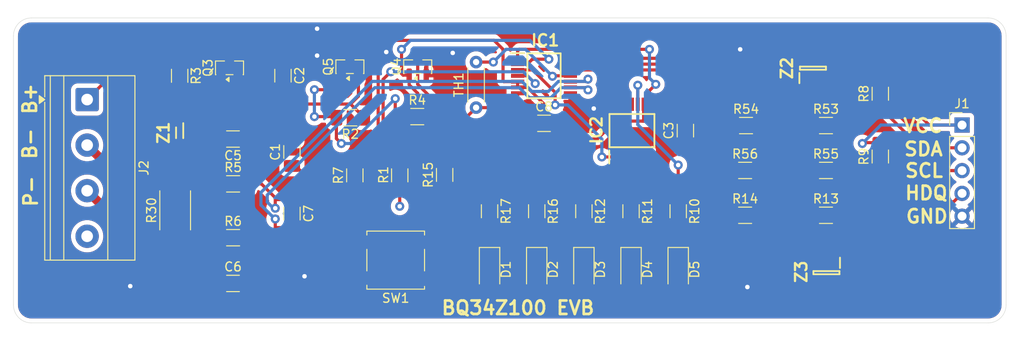
<source format=kicad_pcb>
(kicad_pcb (version 20241229) (generator "pcbnew") (generator_version "9.0")
  (layers (0 "F.Cu" signal) (2 "B.Cu" signal) (13 "F.Paste" user) (15 "B.Paste" user) (5 "F.SilkS" user "F.Silkscreen") (7 "B.SilkS" user "B.Silkscreen") (1 "F.Mask" user) (3 "B.Mask" user) (25 "Edge.Cuts" user))
  (net 0 "")
  (net 1 "GND")
  (net 2 "Net-(IC1-BAT)")
  (net 3 "/REGIN")
  (net 4 "/SRP")
  (net 5 "/SRN")
  (net 6 "/REG25")
  (net 7 "Net-(D1-K)")
  (net 8 "Net-(D2-K)")
  (net 9 "Net-(D3-K)")
  (net 10 "Net-(D4-K)")
  (net 11 "Net-(D5-K)")
  (net 12 "/P1")
  (net 13 "Net-(IC1-P4{slash}SCL)")
  (net 14 "Net-(IC1-P5{slash}HDQ)")
  (net 15 "Net-(IC1-P3{slash}SDA)")
  (net 16 "Net-(IC1-VEN)")
  (net 17 "Net-(IC1-P6{slash}TS)")
  (net 18 "/P2")
  (net 20 "Net-(IC2-QE)")
  (net 21 "Net-(IC2-QC)")
  (net 22 "Net-(IC2-QD)")
  (net 23 "Net-(IC2-QA)")
  (net 25 "Net-(IC2-QB)")
  (net 27 "Net-(J1-Pin_3)")
  (net 28 "Net-(J1-Pin_2)")
  (net 29 "Net-(J1-Pin_4)")
  (net 30 "Net-(J1-Pin_1)")
  (net 32 "Net-(J2-Pin_1)")
  (net 33 "Net-(J2-Pin_3)")
  (net 34 "Net-(J2-Pin_2)")
  (net 35 "Net-(Q3-G)")
  (net 36 "Net-(Q4-D)")
  (net 37 "Net-(Q5-D)")
  (net 38 "Net-(Q5-G)")
  (net 39 "Net-(Z2-K1)")
  (net 40 "Net-(R15-Pad1)")
  (net 41 "Net-(Z3-K1)")
  (net 42 "Net-(Z2-K2)")
  (footprint "Resistor_SMD:R_1206_3216Metric_Pad1.30x1.75mm_HandSolder" (layer "F.Cu") (at 91.95 115.5)
    (property "Reference" "R6")
    (property "Value" "100")
  )
  (footprint "Resistor_SMD:R_1206_3216Metric_Pad1.30x1.75mm_HandSolder" (layer "F.Cu") (at 149.05 103)
    (property "Reference" "R54")
    (property "Value" "100")
  )
  (footprint "LED_SMD:LED_1206_3216Metric_Pad1.42x1.75mm_HandSolder" (layer "F.Cu") (at 136.25 119.05 -90)
    (property "Reference" "D4")
    (property "Value" "LED")
  )
  (footprint "Resistor_THT:R_Axial_DIN0204_L3.6mm_D1.6mm_P5.08mm_Horizontal" (layer "F.Cu") (at 119 101 90)
    (property "Reference" "TH1")
    (property "Value" "10k")
  )
  (footprint "KiCad:SOP65P640X120-14N" (layer "F.Cu") (at 136.35 103.562 90)
    (property "Reference" "IC2")
    (property "Value" "SN74HC164PWR" (hide yes))
  )
  (footprint "Capacitor_SMD:C_1206_3216Metric_Pad1.33x1.80mm_HandSolder" (layer "F.Cu") (at 97.5 97.4375 -90)
    (property "Reference" "C2")
    (property "Value" "0.1uF")
  )
  (footprint "Capacitor_SMD:C_1206_3216Metric_Pad1.33x1.80mm_HandSolder" (layer "F.Cu") (at 126.5615 102.75)
    (property "Reference" "C8")
    (property "Value" "0.1uF")
  )
  (footprint "Resistor_SMD:R_1206_3216Metric_Pad1.30x1.75mm_HandSolder" (layer "F.Cu") (at 105.5 108.55 90)
    (property "Reference" "R7")
    (property "Value" "1.5k")
  )
  (footprint "TerminalBlock_Phoenix:TerminalBlock_Phoenix_MKDS-1,5-4-5.08_1x04_P5.08mm_Horizontal" (layer "F.Cu") (at 75.7 100.1 -90)
    (property "Reference" "J2")
    (property "Value" "Screw_Terminal_01x04")
  )
  (footprint "Resistor_SMD:R_1206_3216Metric_Pad1.30x1.75mm_HandSolder" (layer "F.Cu") (at 164 99.45 90)
    (property "Reference" "R8")
    (property "Value" "10k")
  )
  (footprint "Resistor_SMD:R_1206_3216Metric_Pad1.30x1.75mm_HandSolder" (layer "F.Cu") (at 105 102.125 180)
    (property "Reference" "R2")
    (property "Value" "100k")
  )
  (footprint "Capacitor_SMD:C_1206_3216Metric_Pad1.33x1.80mm_HandSolder" (layer "F.Cu") (at 91.9375 120.6)
    (property "Reference" "C6")
    (property "Value" "0.1uF")
  )
  (footprint "Resistor_SMD:R_1206_3216Metric_Pad1.30x1.75mm_HandSolder" (layer "F.Cu") (at 86 97.45 -90)
    (property "Reference" "R3")
    (property "Value" "10k")
  )
  (footprint "Resistor_SMD:R_1206_3216Metric_Pad1.30x1.75mm_HandSolder" (layer "F.Cu") (at 141.5 112.55 -90)
    (property "Reference" "R10")
    (property "Value" "1k")
  )
  (footprint "Resistor_SMD:R_2512_6332Metric_Pad1.40x3.35mm_HandSolder" (layer "F.Cu") (at 85.5 112.45 90)
    (property "Reference" "R30")
    (property "Value" "0.01")
  )
  (footprint "Resistor_SMD:R_1206_3216Metric_Pad1.30x1.75mm_HandSolder" (layer "F.Cu") (at 164 106.45 90)
    (property "Reference" "R9")
    (property "Value" "10k")
  )
  (footprint "Resistor_SMD:R_1206_3216Metric_Pad1.30x1.75mm_HandSolder" (layer "F.Cu") (at 112.45 102)
    (property "Reference" "R4")
    (property "Value" "165k")
  )
  (footprint "Resistor_SMD:R_1206_3216Metric_Pad1.30x1.75mm_HandSolder" (layer "F.Cu") (at 115.5 108.5 90)
    (property "Reference" "R15")
    (property "Value" "1k")
  )
  (footprint "Resistor_SMD:R_1206_3216Metric_Pad1.30x1.75mm_HandSolder" (layer "F.Cu") (at 148.95 113)
    (property "Reference" "R14")
    (property "Value" "100")
  )
  (footprint "Capacitor_SMD:C_1206_3216Metric_Pad1.33x1.80mm_HandSolder" (layer "F.Cu") (at 142.3 103.5625 90)
    (property "Reference" "C3")
    (property "Value" "0.1uF")
  )
  (footprint "Resistor_SMD:R_1206_3216Metric_Pad1.30x1.75mm_HandSolder" (layer "F.Cu") (at 136.25 112.55 -90)
    (property "Reference" "R11")
    (property "Value" "1k")
  )
  (footprint "KiCad:SODFL1608X70N" (layer "F.Cu") (at 86 103.8 -90)
    (property "Reference" "Z1")
    (property "Value" "BZT52C5V6T" (hide yes))
  )
  (footprint "LED_SMD:LED_1206_3216Metric_Pad1.42x1.75mm_HandSolder" (layer "F.Cu") (at 125.75 119.05 -90)
    (property "Reference" "D2")
    (property "Value" "LED")
  )
  (footprint "LED_SMD:LED_1206_3216Metric_Pad1.42x1.75mm_HandSolder" (layer "F.Cu") (at 131 119.05 -90)
    (property "Reference" "D3")
    (property "Value" "LED")
  )
  (footprint "Package_TO_SOT_SMD:SOT-23" (layer "F.Cu") (at 91.55 96.5625 90)
    (property "Reference" "Q3")
    (property "Value" "2N7002")
  )
  (footprint "Capacitor_SMD:C_1206_3216Metric_Pad1.33x1.80mm_HandSolder" (layer "F.Cu") (at 98.5 105.9375 90)
    (property "Reference" "C1")
    (property "Value" "3300pF")
  )
  (footprint "Resistor_SMD:R_1206_3216Metric_Pad1.30x1.75mm_HandSolder" (layer "F.Cu") (at 125.75 112.55 -90)
    (property "Reference" "R16")
    (property "Value" "1k")
  )
  (footprint "Connector_PinHeader_2.54mm:PinHeader_1x05_P2.54mm_Vertical" (layer "F.Cu") (at 173.1 102.94)
    (property "Reference" "J1")
    (property "Value" "Conn_01x05_Pin")
  )
  (footprint "Capacitor_SMD:C_1206_3216Metric_Pad1.33x1.80mm_HandSolder" (layer "F.Cu") (at 91.9375 104.5 180)
    (property "Reference" "C5")
    (property "Value" "0.1uF")
  )
  (footprint "Resistor_SMD:R_1206_3216Metric_Pad1.30x1.75mm_HandSolder" (layer "F.Cu") (at 91.95 109.5)
    (property "Reference" "R5")
    (property "Value" "100")
  )
  (footprint "KiCad:SOT96P240X115-3N" (layer "F.Cu") (at 156.5 96.6 90)
    (property "Reference" "Z2")
    (property "Value" "AZ23C5V6-7-F" (hide yes))
  )
  (footprint "LED_SMD:LED_1206_3216Metric_Pad1.42x1.75mm_HandSolder" (layer "F.Cu") (at 141.5 119.05 -90)
    (property "Reference" "D5")
    (property "Value" "LED")
  )
  (footprint "Package_TO_SOT_SMD:SOT-23" (layer "F.Cu") (at 104.95 96.4375 90)
    (property "Reference" "Q5")
    (property "Value" "BSS84")
  )
  (footprint "LED_SMD:LED_1206_3216Metric_Pad1.42x1.75mm_HandSolder" (layer "F.Cu") (at 120.5 119.05 -90)
    (property "Reference" "D1")
    (property "Value" "LED")
  )
  (footprint "Resistor_SMD:R_1206_3216Metric_Pad1.30x1.75mm_HandSolder" (layer "F.Cu") (at 110.5 108.55 -90)
    (property "Reference" "R1")
    (property "Value" "1.5k")
  )
  (footprint "Resistor_SMD:R_1206_3216Metric_Pad1.30x1.75mm_HandSolder" (layer "F.Cu") (at 157.95 113)
    (property "Reference" "R13")
    (property "Value" "100")
  )
  (footprint "Resistor_SMD:R_1206_3216Metric_Pad1.30x1.75mm_HandSolder" (layer "F.Cu") (at 131 112.55 -90)
    (property "Reference" "R12")
    (property "Value" "1k")
  )
  (footprint "KiCad:SOT96P240X115-3N" (layer "F.Cu") (at 158 119.4 -90)
    (property "Reference" "Z3")
    (property "Value" "AZ23C5V6-7-F" (hide yes))
  )
  (footprint "Package_TO_SOT_SMD:SOT-23" (layer "F.Cu") (at 112.5 96.4375 90)
    (property "Reference" "Q4")
    (property "Value" "2N7002")
  )
  (footprint "Capacitor_SMD:C_1206_3216Metric_Pad1.33x1.80mm_HandSolder" (layer "F.Cu") (at 98.5 112.8125 -90)
    (property "Reference" "C7")
    (property "Value" "0.1uF")
  )
  (footprint "Resistor_SMD:R_1206_3216Metric_Pad1.30x1.75mm_HandSolder" (layer "F.Cu") (at 120.5 112.55 -90)
    (property "Reference" "R17")
    (property "Value" "1k")
  )
  (footprint "Button_Switch_SMD:SW_Push_1P1T_NO_CK_KSC6xxG" (layer "F.Cu") (at 110.05 118)
    (property "Reference" "SW1")
    (property "Value" "SW_Push")
  )
  (footprint "Resistor_SMD:R_1206_3216Metric_Pad1.30x1.75mm_HandSolder" (layer "F.Cu") (at 157.95 103)
    (property "Reference" "R53")
    (property "Value" "100")
  )
  (footprint "Resistor_SMD:R_1206_3216Metric_Pad1.30x1.75mm_HandSolder" (layer "F.Cu") (at 148.95 108)
    (property "Reference" "R56")
    (property "Value" "100")
  )
  (footprint "Resistor_SMD:R_1206_3216Metric_Pad1.30x1.75mm_HandSolder" (layer "F.Cu") (at 157.95 108)
    (property "Reference" "R55")
    (property "Value" "100")
  )
  (footprint "KiCad:SOP65P640X120-14N" (layer "F.Cu") (at 126.562 97.45)
    (property "Reference" "IC1")
    (property "Value" "BQ34Z100PWR-G1" (hide yes))
  )
  (gr_arc (start 178 123) (mid 177.414214 124.414214) (end 176 125) (stroke (width 0.05)) (layer "Edge.Cuts"))
  (gr_line (start 67.5 123) (end 67.5 93) (stroke (width 0.05)) (layer "Edge.Cuts"))
  (gr_arc (start 69.5 125) (mid 68.085786 124.414214) (end 67.5 123) (stroke (width 0.05)) (layer "Edge.Cuts"))
  (gr_arc (start 67.5 93) (mid 68.085786 91.585786) (end 69.5 91) (stroke (width 0.05)) (layer "Edge.Cuts"))
  (gr_line (start 69.5 91) (end 176 91) (stroke (width 0.05)) (layer "Edge.Cuts"))
  (gr_line (start 176 125) (end 69.5 125) (stroke (width 0.05)) (layer "Edge.Cuts"))
  (gr_arc (start 176 91) (mid 177.414214 91.585786) (end 178 93) (stroke (width 0.05)) (layer "Edge.Cuts"))
  (gr_line (start 178 93) (end 178 123) (stroke (width 0.05)) (layer "Edge.Cuts"))
  (gr_text "SDA" (at 166.5 106.5 0) (layer "F.SilkS") (effects (font (size 1.5 1.5) (thickness 0.3) (bold yes)) (justify left bottom)))
  (gr_text "HDQ" (at 166.6 111.4 0) (layer "F.SilkS") (effects (font (size 1.5 1.5) (thickness 0.3) (bold yes)) (justify left bottom)))
  (gr_text "VCC" (at 166.4 103.9 0) (layer "F.SilkS") (effects (font (size 1.5 1.5) (thickness 0.3) (bold yes)) (justify left bottom)))
  (gr_text "SCL" (at 166.6 108.9 0) (layer "F.SilkS") (effects (font (size 1.5 1.5) (thickness 0.3) (bold yes)) (justify left bottom)))
  (gr_text "GND" (at 166.7 114 0) (layer "F.SilkS") (effects (font (size 1.5 1.5) (thickness 0.3) (bold yes)) (justify left bottom)))
  (gr_text "BQ34Z100 EVB" (at 115 124.2 0) (layer "F.SilkS") (effects (font (size 1.5 1.5) (thickness 0.3) (bold yes)) (justify left bottom)))
  (gr_text "P-" (at 70.3 112.2 90) (layer "F.SilkS") (effects (font (size 1.5 1.5) (thickness 0.3) (bold yes)) (justify left bottom)))
  (gr_text "B+" (at 70.2 101.9 90) (layer "F.SilkS") (effects (font (size 1.5 1.5) (thickness 0.3) (bold yes)) (justify left bottom)))
  (gr_text "B-" (at 70.2 106.9 90) (layer "F.SilkS") (effects (font (size 1.5 1.5) (thickness 0.3) (bold yes)) (justify left bottom)))
  (segment (start 129.5 101.374) (end 128.124 102.75) (width 0.35) (layer "F.Cu") (net 1))
  (segment (start 129.5 99.4) (end 129.5 101.374) (width 0.35) (layer "F.Cu") (net 1))
  (via (at 132.1 101.1) (size 1) (drill 0.5) (layers "F.Cu" "B.Cu") (net 1))
  (via (at 101.3 95.2) (size 1) (drill 0.5) (layers "F.Cu" "B.Cu") (net 1))
  (via (at 149.2 121) (size 1) (drill 0.5) (layers "F.Cu" "B.Cu") (net 1))
  (via (at 80.5 120.9) (size 1) (drill 0.5) (layers "F.Cu" "B.Cu") (net 1))
  (via (at 101.3 92.2) (size 1) (drill 0.5) (layers "F.Cu" "B.Cu") (net 1))
  (via (at 99.9 119.8) (size 1) (drill 0.5) (layers "F.Cu" "B.Cu") (net 1))
  (via (at 148.4 94.5) (size 1) (drill 0.5) (layers "F.Cu" "B.Cu") (net 1))
  (via (at 109 94.8) (size 1) (drill 0.5) (layers "F.Cu" "B.Cu") (net 1))
  (via (at 116.4 94.9) (size 1) (drill 0.5) (layers "F.Cu" "B.Cu") (net 1))
  (segment (start 101.5 110.1) (end 105.5 110.1) (width 0.35) (layer "F.Cu") (net 2))
  (segment (start 98.5 107.5) (end 98.9 107.5) (width 0.35) (layer "F.Cu") (net 2))
  (segment (start 111.751 105.9) (end 109.451 103.6) (width 0.35) (layer "F.Cu") (net 2))
  (segment (start 105.5 110.1) (end 110.5 110.1) (width 0.35) (layer "F.Cu") (net 2))
  (segment (start 108.651 103.6) (end 108.651 97.849) (width 0.35) (layer "F.Cu") (net 2))
  (segment (start 110.5 110.1) (end 111.751 108.849) (width 0.35) (layer "F.Cu") (net 2))
  (segment (start 98.9 107.5) (end 101.5 110.1) (width 0.35) (layer "F.Cu") (net 2))
  (segment (start 123.624 97.45) (end 124.712562 97.45) (width 0.35) (layer "F.Cu") (net 2))
  (segment (start 124.712562 97.45) (end 125.581281 98.318719) (width 0.35) (layer "F.Cu") (net 2))
  (segment (start 109.451 103.6) (end 108.651 103.6) (width 0.35) (layer "F.Cu") (net 2))
  (segment (start 111.751 108.849) (end 111.751 105.9) (width 0.35) (layer "F.Cu") (net 2))
  (segment (start 110.5 112) (end 110.5 110.1) (width 0.35) (layer "F.Cu") (net 2))
  (segment (start 108.651 97.849) (end 109.5 97) (width 0.35) (layer "F.Cu") (net 2))
  (via (at 109.5 97) (size 1) (drill 0.5) (layers "F.Cu" "B.Cu") (net 2))
  (via (at 110.5 112) (size 1) (drill 0.5) (layers "F.Cu" "B.Cu") (net 2))
  (via (at 125.581281 98.318719) (size 1) (drill 0.5) (layers "F.Cu" "B.Cu") (net 2))
  (segment (start 124.262562 97) (end 125.581281 98.318719) (width 0.35) (layer "B.Cu") (net 2))
  (segment (start 109.5 97) (end 124.262562 97) (width 0.35) (layer "B.Cu") (net 2))
  (segment (start 97.5 95.875) (end 95.625 95.875) (width 0.35) (layer "F.Cu") (net 3))
  (segment (start 132.5 104.5) (end 134.4 102.6) (width 0.35) (layer "F.Cu") (net 3))
  (segment (start 131 120.6) (end 136.25 120.6) (width 0.35) (layer "F.Cu") (net 3))
  (segment (start 137.65 102.5) (end 137.65 100.624) (width 0.35) (layer "F.Cu") (net 3))
  (segment (start 122 98) (end 122.1 98.1) (width 0.35) (layer "F.Cu") (net 3))
  (segment (start 126.6 103.6) (end 127.0855 104.0855) (width 0.35) (layer "F.Cu") (net 3))
  (segment (start 98 93.5) (end 121 93.5) (width 0.35) (layer "F.Cu") (net 3))
  (segment (start 120.5 120.6) (end 125.75 120.6) (width 0.35) (layer "F.Cu") (net 3))
  (segment (start 127.5 104.5) (end 132.5 104.5) (width 0.35) (layer "F.Cu") (net 3))
  (segment (start 122 104.5) (end 125.7 104.5) (width 0.35) (layer "F.Cu") (net 3))
  (segment (start 125.7 104.5) (end 126.6 103.6) (width 0.35) (layer "F.Cu") (net 3))
  (segment (start 118.5 108) (end 122 104.5) (width 0.35) (layer "F.Cu") (net 3))
  (segment (start 124.7115 98.75) (end 126.6 100.6385) (width 0.35) (layer "F.Cu") (net 3))
  (segment (start 134.4 102.4) (end 134.5 102.5) (width 0.35) (layer "F.Cu") (net 3))
  (segment (start 121 93.5) (end 122 94.5) (width 0.35) (layer "F.Cu") (net 3))
  (segment (start 118.5 119.5) (end 118.5 108) (width 0.35) (layer "F.Cu") (net 3))
  (segment (start 119.6 120.6) (end 118.5 119.5) (width 0.35) (layer "F.Cu") (net 3))
  (segment (start 136.25 120.6) (end 141.5 120.6) (width 0.35) (layer "F.Cu") (net 3))
  (segment (start 127.0855 104.0855) (end 127.5 104.5) (width 0.35) (layer "F.Cu") (net 3))
  (segment (start 97.5 94) (end 98 93.5) (width 0.35) (layer "F.Cu") (net 3))
  (segment (start 122 94.5) (end 122 98) (width 0.35) (layer "F.Cu") (net 3))
  (segment (start 94 97.5) (end 92.5 97.5) (width 0.35) (layer "F.Cu") (net 3))
  (segment (start 122.1 98.1) (end 123.624 98.1) (width 0.35) (layer "F.Cu") (net 3))
  (segment (start 126.6 100.6385) (end 126.6 103.6) (width 0.35) (layer "F.Cu") (net 3))
  (segment (start 134.5 102.5) (end 137.5 102.5) (width 0.35) (layer "F.Cu") (net 3))
  (segment (start 97.5 95.875) (end 97.5 94) (width 0.35) (layer "F.Cu") (net 3))
  (segment (start 140 102) (end 142.3 102) (width 0.35) (layer "F.Cu") (net 3))
  (segment (start 123.624 98.1) (end 123.624 98.75) (width 0.35) (layer "F.Cu") (net 3))
  (segment (start 137.5 102.5) (end 137.65 102.5) (width 0.35) (layer "F.Cu") (net 3))
  (segment (start 95.625 95.875) (end 94 97.5) (width 0.35) (layer "F.Cu") (net 3))
  (segment (start 125.75 120.6) (end 131 120.6) (width 0.35) (layer "F.Cu") (net 3))
  (segment (start 139.5 102.5) (end 140 102) (width 0.35) (layer "F.Cu") (net 3))
  (segment (start 123.624 98.75) (end 124.7115 98.75) (width 0.35) (layer "F.Cu") (net 3))
  (segment (start 137.65 102.5) (end 139.5 102.5) (width 0.35) (layer "F.Cu") (net 3))
  (segment (start 120.5 120.6) (end 119.6 120.6) (width 0.35) (layer "F.Cu") (net 3))
  (segment (start 134.4 102.4) (end 134.4 100.624) (width 0.35) (layer "F.Cu") (net 3))
  (segment (start 134.4 102.6) (end 134.4 102.4) (width 0.35) (layer "F.Cu") (net 3))
  (segment (start 131.206686 98.775) (end 131.456686 99.025) (width 0.35) (layer "F.Cu") (net 4))
  (segment (start 95.1 109.5) (end 96.643495 111.043495) (width 0.35) (layer "F.Cu") (net 4))
  (segment (start 129.525 98.775) (end 131.206686 98.775) (width 0.35) (layer "F.Cu") (net 4))
  (segment (start 96.893495 112.4625) (end 96.643495 112.2125) (width 0.35) (layer "F.Cu") (net 4))
  (segment (start 96.85 111.25) (end 98.5 111.25) (width 0.35) (layer "F.Cu") (net 4))
  (segment (start 96.643495 111.043495) (end 96.643495 112.2125) (width 0.35) (layer "F.Cu") (net 4))
  (segment (start 93.5 104.5) (end 93.5 109.5) (width 0.35) (layer "F.Cu") (net 4))
  (segment (start 96.643495 111.043495) (end 96.85 111.25) (width 0.35) (layer "F.Cu") (net 4))
  (segment (start 93.5 109.5) (end 95.1 109.5) (width 0.35) (layer "F.Cu") (net 4))
  (segment (start 129.5 98.75) (end 129.525 98.775) (width 0.35) (layer "F.Cu") (net 4))
  (via (at 131.456686 99.025) (size 1) (drill 0.5) (layers "F.Cu" "B.Cu") (net 4))
  (via (at 96.643495 112.2125) (size 1) (drill 0.5) (layers "F.Cu" "B.Cu") (net 4))
  (segment (start 131.206686 98.775) (end 131.456686 99.025) (width 0.35) (layer "B.Cu") (net 4))
  (segment (start 95.75 110.744976) (end 107.719976 98.775) (width 0.35) (layer "B.Cu") (net 4))
  (segment (start 123.808789 98.775) (end 124.928488 99.894699) (width 0.35) (layer "B.Cu") (net 4))
  (segment (start 128.453773 98.775) (end 131.206686 98.775) (width 0.35) (layer "B.Cu") (net 4))
  (segment (start 96.433445 112.2125) (end 95.75 111.529055) (width 0.35) (layer "B.Cu") (net 4))
  (segment (start 96.643495 112.2125) (end 96.433445 112.2125) (width 0.35) (layer "B.Cu") (net 4))
  (segment (start 127.334074 99.894699) (end 128.453773 98.775) (width 0.35) (layer "B.Cu") (net 4))
  (segment (start 95.75 111.529055) (end 95.75 110.744976) (width 0.35) (layer "B.Cu") (net 4))
  (segment (start 107.719976 98.775) (end 123.808789 98.775) (width 0.35) (layer "B.Cu") (net 4))
  (segment (start 124.928488 99.894699) (end 127.334074 99.894699) (width 0.35) (layer "B.Cu") (net 4))
  (segment (start 96.893495 113.1625) (end 96.643495 113.4125) (width 0.35) (layer "F.Cu") (net 5))
  (segment (start 96.643495 114.456505) (end 96.643495 113.4125) (width 0.35) (layer "F.Cu") (net 5))
  (segment (start 129.525 98.075) (end 131.206686 98.075) (width 0.35) (layer "F.Cu") (net 5))
  (segment (start 93.5 115.5) (end 95.6 115.5) (width 0.35) (layer "F.Cu") (net 5))
  (segment (start 131.206686 98.075) (end 131.456686 97.825) (width 0.35) (layer "F.Cu") (net 5))
  (segment (start 96.725 114.375) (end 98.5 114.375) (width 0.35) (layer "F.Cu") (net 5))
  (segment (start 93.5 120.6) (end 93.5 115.5) (width 0.35) (layer "F.Cu") (net 5))
  (segment (start 129.5 98.1) (end 129.525 98.075) (width 0.35) (layer "F.Cu") (net 5))
  (segment (start 96.643495 114.456505) (end 96.725 114.375) (width 0.35) (layer "F.Cu") (net 5))
  (segment (start 95.6 115.5) (end 96.643495 114.456505) (width 0.35) (layer "F.Cu") (net 5))
  (via (at 96.643495 113.4125) (size 1) (drill 0.5) (layers "F.Cu" "B.Cu") (net 5))
  (via (at 131.456686 97.825) (size 1) (drill 0.5) (layers "F.Cu" "B.Cu") (net 5))
  (segment (start 95.846072 112.653928) (end 95.05 111.857857) (width 0.35) (layer "B.Cu") (net 5))
  (segment (start 124.09871 98.075) (end 125.218429 99.194719) (width 0.35) (layer "B.Cu") (net 5))
  (segment (start 95.05 111.857857) (end 95.05 110.455024) (width 0.35) (layer "B.Cu") (net 5))
  (segment (start 128.163852 98.075) (end 131.206686 98.075) (width 0.35) (layer "B.Cu") (net 5))
  (segment (start 95.05 110.455024) (end 107.430024 98.075) (width 0.35) (layer "B.Cu") (net 5))
  (segment (start 107.430024 98.075) (end 124.09871 98.075) (width 0.35) (layer "B.Cu") (net 5))
  (segment (start 96.280643 113.0885) (end 95.846072 112.653928) (width 0.35) (layer "B.Cu") (net 5))
  (segment (start 131.206686 98.075) (end 131.456686 97.825) (width 0.35) (layer "B.Cu") (net 5))
  (segment (start 96.319495 113.0885) (end 96.280643 113.0885) (width 0.35) (layer "B.Cu") (net 5))
  (segment (start 96.643495 113.4125) (end 96.319495 113.0885) (width 0.35) (layer "B.Cu") (net 5))
  (segment (start 125.218429 99.194719) (end 127.044133 99.194719) (width 0.35) (layer "B.Cu") (net 5))
  (segment (start 127.044133 99.194719) (end 128.163852 98.075) (width 0.35) (layer "B.Cu") (net 5))
  (segment (start 123.624 101) (end 123.624 101.375) (width 0.35) (layer "F.Cu") (net 6))
  (segment (start 115.5 104.5) (end 119 101) (width 0.35) (layer "F.Cu") (net 6))
  (segment (start 123.624 101.375) (end 124.999 102.75) (width 0.35) (layer "F.Cu") (net 6))
  (segment (start 115.5 106.95) (end 115.5 104.5) (width 0.35) (layer "F.Cu") (net 6))
  (segment (start 123.624 99.4) (end 123.624 101) (width 0.35) (layer "F.Cu") (net 6))
  (segment (start 119 101) (end 123.624 101) (width 0.35) (layer "F.Cu") (net 6))
  (segment (start 120.5 117.5) (end 120.5 114.1) (width 0.35) (layer "F.Cu") (net 7))
  (segment (start 125.75 117.5) (end 125.75 114.1) (width 0.35) (layer "F.Cu") (net 8))
  (segment (start 131 117.5) (end 131 114.1) (width 0.35) (layer "F.Cu") (net 9))
  (segment (start 136.25 117.5) (end 136.25 114.1) (width 0.35) (layer "F.Cu") (net 10))
  (segment (start 141.5 117.5) (end 141.5 114.1) (width 0.35) (layer "F.Cu") (net 11))
  (segment (start 125.301414 96.8) (end 127.8 99.298586) (width 0.35) (layer "F.Cu") (net 12))
  (segment (start 133 106.5) (end 134.4 106.5) (width 0.35) (layer "F.Cu") (net 12))
  (segment (start 134.4 106.5) (end 135.05 106.5) (width 0.35) (layer "F.Cu") (net 12))
  (segment (start 127.8 99.298586) (end 127.8 100.7) (width 0.35) (layer "F.Cu") (net 12))
  (segment (start 123.624 96.8) (end 125.301414 96.8) (width 0.35) (layer "F.Cu") (net 12))
  (via (at 133 106.5) (size 1) (drill 0.5) (layers "F.Cu" "B.Cu") (net 12))
  (via (at 127.8 100.7) (size 1) (drill 0.5) (layers "F.Cu" "B.Cu") (net 12))
  (segment (start 133 104.5) (end 133 106.5) (width 0.35) (layer "B.Cu") (net 12))
  (segment (start 127.8 100.7) (end 129.2 100.7) (width 0.35) (layer "B.Cu") (net 12))
  (segment (start 129.2 100.7) (end 133 104.5) (width 0.35) (layer "B.Cu") (net 12))
  (segment (start 139.929232 96.15) (end 144.551 100.771768) (width 0.35) (layer "F.Cu") (net 13))
  (segment (start 129.5 96.15) (end 139.929232 96.15) (width 0.35) (layer "F.Cu") (net 13))
  (segment (start 144.551 105.151) (end 147.4 108) (width 0.35) (layer "F.Cu") (net 13))
  (segment (start 144.551 100.771768) (end 144.551 105.151) (width 0.35) (layer "F.Cu") (net 13))
  (segment (start 129.5 96.8) (end 139.8 96.8) (width 0.35) (layer "F.Cu") (net 14))
  (segment (start 139.8 96.8) (end 144 101) (width 0.35) (layer "F.Cu") (net 14))
  (segment (start 144 109.6) (end 147.4 113) (width 0.35) (layer "F.Cu") (net 14))
  (segment (start 144 101) (end 144 109.6) (width 0.35) (layer "F.Cu") (net 14))
  (segment (start 147.5 102.941536) (end 147.5 103) (width 0.35) (layer "F.Cu") (net 15))
  (segment (start 129.5 95.5) (end 140.058464 95.5) (width 0.35) (layer "F.Cu") (net 15))
  (segment (start 140.058464 95.5) (end 147.5 102.941536) (width 0.35) (layer "F.Cu") (net 15))
  (segment (start 112.5 99.4) (end 112.5 111.6) (width 0.35) (layer "F.Cu") (net 16))
  (segment (start 110.7 97.2) (end 110.875 97.375) (width 0.35) (layer "F.Cu") (net 16))
  (segment (start 114.5 113.6) (end 114.5 116) (width 0.35) (layer "F.Cu") (net 16))
  (segment (start 112.5 111.6) (end 114.5 113.6) (width 0.35) (layer "F.Cu") (net 16))
  (segment (start 123.624 96.15) (end 124.711148 96.15) (width 0.35) (layer "F.Cu") (net 16))
  (segment (start 110.7 94.5) (end 110.7 97.2) (width 0.35) (layer "F.Cu") (net 16))
  (segment (start 111.55 97.375) (end 111.55 98.45) (width 0.35) (layer "F.Cu") (net 16))
  (segment (start 105.6 116) (end 114.5 116) (width 0.35) (layer "F.Cu") (net 16))
  (segment (start 111.55 98.45) (end 112.5 99.4) (width 0.35) (layer "F.Cu") (net 16))
  (segment (start 110.875 97.375) (end 111.55 97.375) (width 0.35) (layer "F.Cu") (net 16))
  (segment (start 125.261148 95.6) (end 127.1 95.6) (width 0.35) (layer "F.Cu") (net 16))
  (segment (start 124.711148 96.15) (end 125.261148 95.6) (width 0.35) (layer "F.Cu") (net 16))
  (via (at 110.7 94.5) (size 1) (drill 0.5) (layers "F.Cu" "B.Cu") (net 16))
  (via (at 127.1 95.6) (size 1) (drill 0.5) (layers "F.Cu" "B.Cu") (net 16))
  (segment (start 111.7 93.5) (end 110.7 94.5) (width 0.35) (layer "B.Cu") (net 16))
  (segment (start 125 93.5) (end 111.7 93.5) (width 0.35) (layer "B.Cu") (net 16))
  (segment (start 127.1 95.6) (end 125 93.5) (width 0.35) (layer "B.Cu") (net 16))
  (segment (start 119 95.92) (end 120.92 95.92) (width 0.35) (layer "F.Cu") (net 17))
  (segment (start 129.5 97.45) (end 127.55 97.45) (width 0.35) (layer "F.Cu") (net 17))
  (segment (start 127.55 97.45) (end 127.5 97.5) (width 0.35) (layer "F.Cu") (net 17))
  (segment (start 121 96) (end 120.92 95.92) (width 0.35) (layer "F.Cu") (net 17))
  (via (at 120.92 95.92) (size 1) (drill 0.5) (layers "F.Cu" "B.Cu") (net 17))
  (via (at 127.5 97.5) (size 1) (drill 0.5) (layers "F.Cu" "B.Cu") (net 17))
  (segment (start 124.5 94.5) (end 122.34 94.5) (width 0.35) (layer "B.Cu") (net 17))
  (segment (start 122.34 94.5) (end 120.92 95.92) (width 0.35) (layer "B.Cu") (net 17))
  (segment (start 127.5 97.5) (end 124.5 94.5) (width 0.35) (layer "B.Cu") (net 17))
  (segment (start 123.624 94.676) (end 123.8 94.5) (width 0.35) (layer "F.Cu") (net 18))
  (segment (start 139 98.4) (end 138.3 99.1) (width 0.35) (layer "F.Cu") (net 18))
  (segment (start 138.3 99.1) (end 138.3 100.624) (width 0.35) (layer "F.Cu") (net 18))
  (segment (start 123.624 95.5) (end 123.624 94.676) (width 0.35) (layer "F.Cu") (net 18))
  (segment (start 123.8 94.5) (end 138.3 94.5) (width 0.35) (layer "F.Cu") (net 18))
  (via (at 139 98.4) (size 1) (drill 0.5) (layers "F.Cu" "B.Cu") (net 18))
  (via (at 138.3 94.5) (size 1) (drill 0.5) (layers "F.Cu" "B.Cu") (net 18))
  (segment (start 138.3 94.5) (end 138.3 97.7) (width 0.35) (layer "B.Cu") (net 18))
  (segment (start 138.3 97.7) (end 139 98.4) (width 0.35) (layer "B.Cu") (net 18))
  (segment (start 137 100.624) (end 137 98.5) (width 0.35) (layer "F.Cu") (net 20))
  (segment (start 141.5 107.4) (end 141.5 111) (width 0.35) (layer "F.Cu") (net 20))
  (via (at 137 98.5) (size 1) (drill 0.5) (layers "F.Cu" "B.Cu") (net 20))
  (via (at 141.5 107.4) (size 1) (drill 0.5) (layers "F.Cu" "B.Cu") (net 20))
  (segment (start 137 98.5) (end 137 102.9) (width 0.35) (layer "B.Cu") (net 20))
  (segment (start 137 102.9) (end 141.5 107.4) (width 0.35) (layer "B.Cu") (net 20))
  (segment (start 136.118768 109.102) (end 131.398 109.102) (width 0.35) (layer "F.Cu") (net 21))
  (segment (start 137 106.5) (end 137 108.220768) (width 0.35) (layer "F.Cu") (net 21))
  (segment (start 137 108.220768) (end 136.118768 109.102) (width 0.35) (layer "F.Cu") (net 21))
  (segment (start 131 109.5) (end 131 111) (width 0.35) (layer "F.Cu") (net 21))
  (segment (start 131.398 109.102) (end 131 109.5) (width 0.35) (layer "F.Cu") (net 21))
  (segment (start 137.65 108.35) (end 136.25 109.75) (width 0.35) (layer "F.Cu") (net 22))
  (segment (start 137.65 106.5) (end 137.65 108.35) (width 0.35) (layer "F.Cu") (net 22))
  (segment (start 136.25 109.75) (end 136.25 111) (width 0.35) (layer "F.Cu") (net 22))
  (segment (start 122 108) (end 120.5 109.5) (width 0.35) (layer "F.Cu") (net 23))
  (segment (start 135.7 107.8) (end 135.5 108) (width 0.35) (layer "F.Cu") (net 23))
  (segment (start 135.5 108) (end 122 108) (width 0.35) (layer "F.Cu") (net 23))
  (segment (start 120.5 109.5) (end 120.5 111) (width 0.35) (layer "F.Cu") (net 23))
  (segment (start 135.7 106.5) (end 135.7 107.8) (width 0.35) (layer "F.Cu") (net 23))
  (segment (start 136.35 106.5) (end 136.35 108.091536) (width 0.35) (layer "F.Cu") (net 25))
  (segment (start 136.35 108.091536) (end 135.890536 108.551) (width 0.35) (layer "F.Cu") (net 25))
  (segment (start 135.890536 108.551) (end 126.574 108.551) (width 0.35) (layer "F.Cu") (net 25))
  (segment (start 126.574 108.551) (end 125.75 109.375) (width 0.35) (layer "F.Cu") (net 25))
  (segment (start 125.75 109.375) (end 125.75 111) (width 0.35) (layer "F.Cu") (net 25))
  (segment (start 173.1 108.02) (end 166.1 108.02) (width 0.35) (layer "F.Cu") (net 27))
  (segment (start 166.1 108.02) (end 166.08 108) (width 0.35) (layer "F.Cu") (net 27))
  (segment (start 159.5 108) (end 164 108) (width 0.35) (layer "F.Cu") (net 27))
  (segment (start 164 108) (end 166.08 108) (width 0.35) (layer "F.Cu") (net 27))
  (segment (start 173.1 105.48) (end 168.48 105.48) (width 0.35) (layer "F.Cu") (net 28))
  (segment (start 168.48 105.48) (end 164 101) (width 0.35) (layer "F.Cu") (net 28))
  (segment (start 159.5 103) (end 162 103) (width 0.35) (layer "F.Cu") (net 28))
  (segment (start 162 103) (end 164 101) (width 0.35) (layer "F.Cu") (net 28))
  (segment (start 160.5 113) (end 159.5 113) (width 0.35) (layer "F.Cu") (net 29))
  (segment (start 173.1 110.56) (end 172.16 111.5) (width 0.35) (layer "F.Cu") (net 29))
  (segment (start 162 111.5) (end 160.5 113) (width 0.35) (layer "F.Cu") (net 29))
  (segment (start 172.16 111.5) (end 162 111.5) (width 0.35) (layer "F.Cu") (net 29))
  (segment (start 169.44 102.94) (end 173.1 102.94) (width 0.35) (layer "F.Cu") (net 30))
  (segment (start 164 97.9) (end 164.4 97.9) (width 0.35) (layer "F.Cu") (net 30))
  (segment (start 162 105) (end 162.1 104.9) (width 0.35) (layer "F.Cu") (net 30))
  (segment (start 164.4 97.9) (end 169.44 102.94) (width 0.35) (layer "F.Cu") (net 30))
  (segment (start 164 104.9) (end 162.1 104.9) (width 0.35) (layer "F.Cu") (net 30))
  (via (at 162 105) (size 1) (drill 0.5) (layers "F.Cu" "B.Cu") (net 30))
  (segment (start 173.1 102.94) (end 164.06 102.94) (width 0.35) (layer "B.Cu") (net 30))
  (segment (start 164.06 102.94) (end 162 105) (width 0.35) (layer "B.Cu") (net 30))
  (segment (start 89 95.9) (end 89.275 95.625) (width 0.35) (layer "F.Cu") (net 32))
  (segment (start 91.55 99.85) (end 92.3 100.6) (width 0.35) (layer "F.Cu") (net 32))
  (segment (start 86 95.9) (end 89 95.9) (width 0.35) (layer "F.Cu") (net 32))
  (segment (start 89.275 95.625) (end 91.55 95.625) (width 0.35) (layer "F.Cu") (net 32))
  (segment (start 92.3 100.6) (end 105.025 100.6) (width 0.35) (layer "F.Cu") (net 32))
  (segment (start 105.9 99.725) (end 105.9 97.375) (width 0.35) (layer "F.Cu") (net 32))
  (segment (start 91.55 95.625) (end 91.55 99.85) (width 0.35) (layer "F.Cu") (net 32))
  (segment (start 105.025 100.6) (end 105.9 99.725) (width 0.35) (layer "F.Cu") (net 32))
  (segment (start 86 95.9) (end 79.9 95.9) (width 0.35) (layer "F.Cu") (net 32))
  (segment (start 105.025 100.6) (end 106.55 102.125) (width 0.35) (layer "F.Cu") (net 32))
  (segment (start 79.9 95.9) (end 75.7 100.1) (width 0.35) (layer "F.Cu") (net 32))
  (segment (start 85.5 115.5) (end 90.4 115.5) (width 0.35) (layer "F.Cu") (net 33))
  (segment (start 80.94 115.5) (end 85.5 115.5) (width 1) (layer "F.Cu") (net 33))
  (segment (start 75.7 110.26) (end 80.94 115.5) (width 1) (layer "F.Cu") (net 33))
  (segment (start 79.92 109.4) (end 85.5 109.4) (width 1) (layer "F.Cu") (net 34))
  (segment (start 90.3 109.4) (end 90.4 109.5) (width 0.35) (layer "F.Cu") (net 34))
  (segment (start 85.5 109.4) (end 90.3 109.4) (width 0.35) (layer "F.Cu") (net 34))
  (segment (start 75.7 105.18) (end 79.92 109.4) (width 1) (layer "F.Cu") (net 34))
  (segment (start 86 103) (end 86 99) (width 0.35) (layer "F.Cu") (net 35))
  (segment (start 87.7 99) (end 89.2 97.5) (width 0.35) (layer "F.Cu") (net 35))
  (segment (start 89.2 97.5) (end 90.6 97.5) (width 0.35) (layer "F.Cu") (net 35))
  (segment (start 86 99) (end 87.7 99) (width 0.35) (layer "F.Cu") (net 35))
  (segment (start 112.5 95.5) (end 112.5 98.4) (width 0.35) (layer "F.Cu") (net 36))
  (segment (start 112.5 98.4) (end 114 99.9) (width 0.35) (layer "F.Cu") (net 36))
  (segment (start 114 99.9) (end 114 102) (width 0.35) (layer "F.Cu") (net 36))
  (segment (start 104.95 95.5) (end 107.9 95.5) (width 0.35) (layer "F.Cu") (net 37))
  (segment (start 108.1 104.6) (end 110.5 107) (width 0.35) (layer "F.Cu") (net 37))
  (segment (start 108.1 95.7) (end 108.1 104.6) (width 0.35) (layer "F.Cu") (net 37))
  (segment (start 107.9 95.5) (end 108.1 95.7) (width 0.35) (layer "F.Cu") (net 37))
  (segment (start 110 100) (end 110 101.1) (width 0.35) (layer "F.Cu") (net 38))
  (segment (start 103.45 104.45) (end 104 105) (width 0.35) (layer "F.Cu") (net 38))
  (segment (start 102.375 99) (end 101 99) (width 0.35) (layer "F.Cu") (net 38))
  (segment (start 101 102) (end 103.325 102) (width 0.35) (layer "F.Cu") (net 38))
  (segment (start 104 97.375) (end 102.375 99) (width 0.35) (layer "F.Cu") (net 38))
  (segment (start 103.45 102.125) (end 103.45 104.45) (width 0.35) (layer "F.Cu") (net 38))
  (segment (start 110 101.1) (end 110.9 102) (width 0.35) (layer "F.Cu") (net 38))
  (segment (start 103.325 102) (end 103.45 102.125) (width 0.35) (layer "F.Cu") (net 38))
  (via (at 110 100) (size 1) (drill 0.5) (layers "F.Cu" "B.Cu") (net 38))
  (via (at 101 102) (size 1) (drill 0.5) (layers "F.Cu" "B.Cu") (net 38))
  (via (at 101 99) (size 1) (drill 0.5) (layers "F.Cu" "B.Cu") (net 38))
  (via (at 104 105) (size 1) (drill 0.5) (layers "F.Cu" "B.Cu") (net 38))
  (segment (start 104 105) (end 105 105) (width 0.35) (layer "B.Cu") (net 38))
  (segment (start 101 99) (end 101 102) (width 0.35) (layer "B.Cu") (net 38))
  (segment (start 105 105) (end 110 100) (width 0.35) (layer "B.Cu") (net 38))
  (segment (start 155.54 99.01) (end 156.4 99.87) (width 0.35) (layer "F.Cu") (net 39))
  (segment (start 150.6 103) (end 156.4 103) (width 0.35) (layer "F.Cu") (net 39))
  (segment (start 155.54 97.7) (end 155.54 99.01) (width 0.35) (layer "F.Cu") (net 39))
  (segment (start 156.4 99.87) (end 156.4 103) (width 0.35) (layer "F.Cu") (net 39))
  (segment (start 105.6 120) (end 114.5 120) (width 0.35) (layer "F.Cu") (net 40))
  (segment (start 117.3 119.3) (end 117.3 111.85) (width 0.35) (layer "F.Cu") (net 40))
  (segment (start 117.3 111.85) (end 115.5 110.05) (width 0.35) (layer "F.Cu") (net 40))
  (segment (start 114.5 120) (end 116.6 120) (width 0.35) (layer "F.Cu") (net 40))
  (segment (start 116.6 120) (end 117.3 119.3) (width 0.35) (layer "F.Cu") (net 40))
  (segment (start 150.5 113) (end 156.4 113) (width 0.35) (layer "F.Cu") (net 41))
  (segment (start 156.4 113) (end 156.4 115.4) (width 0.25) (layer "F.Cu") (net 41))
  (segment (start 158.96 117.96) (end 158.96 118.3) (width 0.25) (layer "F.Cu") (net 41))
  (segment (start 156.4 115.4) (end 158.96 117.96) (width 0.25) (layer "F.Cu") (net 41))
  (segment (start 150.5 108) (end 156.4 108) (width 0.35) (layer "F.Cu") (net 42))
  (segment (start 157.5 97.74) (end 157.46 97.7) (width 0.35) (layer "F.Cu") (net 42))
  (segment (start 158 106.4) (end 158 99.5) (width 0.35) (layer "F.Cu") (net 42))
  (segment (start 156.4 108) (end 158 106.4) (width 0.35) (layer "F.Cu") (net 42))
  (segment (start 157.46 97.7) (end 157.46 98.12) (width 0.35) (layer "F.Cu") (net 42))
  (segment (start 157.5 99) (end 157.5 97.74) (width 0.35) (layer "F.Cu") (net 42))
  (segment (start 158 99.5) (end 157.5 99) (width 0.35) (layer "F.Cu") (net 42))
  (zone (net 1) (net_name "GND") (layers "F.Cu" "B.Cu") (priority 1) (connect_pads (clearance 0.5)) (min_thickness 0.25) (fill yes (thermal_gap 0.5) (thermal_bridge_width 0.5) (island_removal_mode 1) (island_area_min 10))
    (polygon (pts (xy 66 89) (xy 180 89) (xy 180 127) (xy 66 127)))
  )
)
</source>
